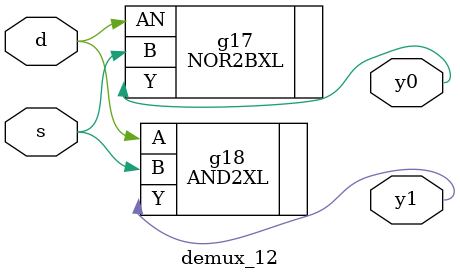
<source format=v>


// Verification Directory fv/demux_12 

module demux_12(s, d, y0, y1);
  input s, d;
  output y0, y1;
  wire s, d;
  wire y0, y1;
  NOR2BXL g17(.AN (d), .B (s), .Y (y0));
  AND2XL g18(.A (d), .B (s), .Y (y1));
endmodule


</source>
